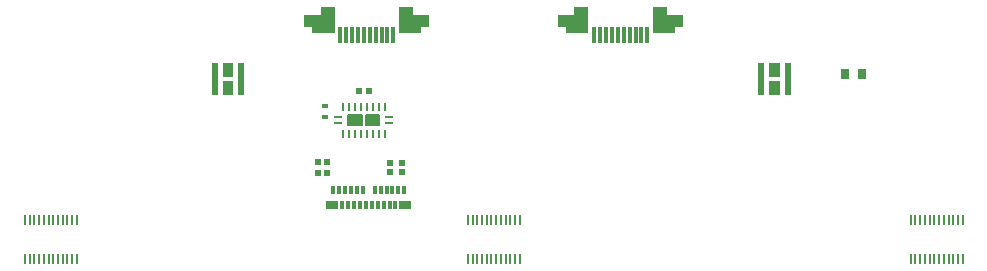
<source format=gbp>
G04*
G04 #@! TF.GenerationSoftware,Altium Limited,Altium Designer,21.7.2 (23)*
G04*
G04 Layer_Color=128*
%FSLAX44Y44*%
%MOMM*%
G71*
G04*
G04 #@! TF.SameCoordinates,7C38C3A3-C4E6-443E-8540-10D383AE158C*
G04*
G04*
G04 #@! TF.FilePolarity,Positive*
G04*
G01*
G75*
%ADD18R,0.5500X0.4500*%
%ADD20R,0.5200X0.5200*%
%ADD29R,0.5200X0.5200*%
%ADD30R,0.7000X0.9000*%
%ADD107R,0.5500X2.8000*%
G04:AMPARAMS|DCode=109|XSize=0.25mm|YSize=0.6mm|CornerRadius=0.025mm|HoleSize=0mm|Usage=FLASHONLY|Rotation=180.000|XOffset=0mm|YOffset=0mm|HoleType=Round|Shape=RoundedRectangle|*
%AMROUNDEDRECTD109*
21,1,0.2500,0.5500,0,0,180.0*
21,1,0.2000,0.6000,0,0,180.0*
1,1,0.0500,-0.1000,0.2750*
1,1,0.0500,0.1000,0.2750*
1,1,0.0500,0.1000,-0.2750*
1,1,0.0500,-0.1000,-0.2750*
%
%ADD109ROUNDEDRECTD109*%
G04:AMPARAMS|DCode=110|XSize=0.25mm|YSize=0.6mm|CornerRadius=0.025mm|HoleSize=0mm|Usage=FLASHONLY|Rotation=270.000|XOffset=0mm|YOffset=0mm|HoleType=Round|Shape=RoundedRectangle|*
%AMROUNDEDRECTD110*
21,1,0.2500,0.5500,0,0,270.0*
21,1,0.2000,0.6000,0,0,270.0*
1,1,0.0500,-0.2750,-0.1000*
1,1,0.0500,-0.2750,0.1000*
1,1,0.0500,0.2750,0.1000*
1,1,0.0500,0.2750,-0.1000*
%
%ADD110ROUNDEDRECTD110*%
%ADD112R,0.3000X0.7000*%
%ADD113R,1.0000X0.7000*%
%ADD114R,0.3050X1.4050*%
%ADD115R,1.0000X1.0000*%
%ADD116R,0.2300X0.9200*%
%ADD117R,1.2500X2.3000*%
%ADD118R,2.6500X1.1000*%
%ADD119R,1.9500X1.6000*%
G36*
X229500Y183500D02*
X220500D01*
Y171500D01*
X229500D01*
Y183500D01*
D02*
G37*
G36*
Y156500D02*
X220500D01*
Y168500D01*
X229500D01*
Y156500D01*
D02*
G37*
G36*
X327000Y140000D02*
X326801D01*
X326434Y139848D01*
X326152Y139566D01*
X326000Y139199D01*
Y139000D01*
D01*
Y131000D01*
Y130801D01*
X326152Y130434D01*
X326434Y130152D01*
X326801Y130000D01*
X327000D01*
D01*
X338000D01*
X338199D01*
X338567Y130152D01*
X338848Y130434D01*
X339000Y130801D01*
Y131000D01*
D01*
Y139000D01*
Y139199D01*
X338848Y139566D01*
X338567Y139848D01*
X338199Y140000D01*
X338000D01*
D01*
X327000D01*
D02*
G37*
G36*
X692000Y171500D02*
X683000D01*
Y183500D01*
X692000D01*
Y171500D01*
D02*
G37*
G36*
Y156500D02*
X683000D01*
Y168500D01*
X692000D01*
Y156500D01*
D02*
G37*
G36*
X353567Y139848D02*
X353848Y139566D01*
X354000Y139199D01*
Y139000D01*
Y131000D01*
Y130801D01*
X353848Y130434D01*
X353567Y130152D01*
X353199Y130000D01*
X341801D01*
X341434Y130152D01*
X341152Y130434D01*
X341000Y130801D01*
Y131000D01*
Y139000D01*
Y139199D01*
X341152Y139566D01*
X341434Y139848D01*
X341801Y140000D01*
X353199D01*
X353567Y139848D01*
D02*
G37*
D18*
X307500Y138000D02*
D03*
Y147000D02*
D03*
D20*
X362500Y99000D02*
D03*
Y91000D02*
D03*
X372500Y99000D02*
D03*
Y91000D02*
D03*
D29*
X309000Y90000D02*
D03*
X301000D02*
D03*
X309000Y100000D02*
D03*
X301000D02*
D03*
X336000Y160000D02*
D03*
X344000D02*
D03*
D30*
X747500Y174000D02*
D03*
X761500D02*
D03*
D107*
X236250Y170000D02*
D03*
X213750D02*
D03*
X676250D02*
D03*
X698750D02*
D03*
D109*
X332500Y146500D02*
D03*
X327500D02*
D03*
X352500D02*
D03*
X347500D02*
D03*
X322500D02*
D03*
X357500D02*
D03*
X352500Y123500D02*
D03*
X357500D02*
D03*
X332500D02*
D03*
X337500D02*
D03*
X342500D02*
D03*
X347500D02*
D03*
X322500D02*
D03*
X327500D02*
D03*
X342500Y146500D02*
D03*
X337500D02*
D03*
D110*
X361500Y137500D02*
D03*
X318500D02*
D03*
X361500Y132500D02*
D03*
X318500D02*
D03*
D112*
X321750Y63250D02*
D03*
X326750D02*
D03*
X369250Y76250D02*
D03*
X364250D02*
D03*
X359250D02*
D03*
X354250D02*
D03*
X349250D02*
D03*
X339250D02*
D03*
X334250D02*
D03*
X329250D02*
D03*
X324250D02*
D03*
X319250D02*
D03*
X331750Y63250D02*
D03*
X336750D02*
D03*
X341750D02*
D03*
X346750D02*
D03*
X351750D02*
D03*
X356750D02*
D03*
X361750D02*
D03*
X366750D02*
D03*
X374250Y76250D02*
D03*
X314250D02*
D03*
D113*
X313250Y63250D02*
D03*
X375250D02*
D03*
D114*
X320000Y207500D02*
D03*
D03*
X325000D02*
D03*
X330000D02*
D03*
X335000D02*
D03*
X340000D02*
D03*
X345000D02*
D03*
X350000D02*
D03*
X355000D02*
D03*
X360000D02*
D03*
X365000D02*
D03*
X535000D02*
D03*
D03*
X540000D02*
D03*
X545000D02*
D03*
X550000D02*
D03*
X555000D02*
D03*
X560000D02*
D03*
X565000D02*
D03*
X570000D02*
D03*
X575000D02*
D03*
X580000D02*
D03*
D115*
X305510Y217310D02*
D03*
X379660Y217390D02*
D03*
X520510Y217310D02*
D03*
X594660Y217390D02*
D03*
D116*
X472000Y50250D02*
D03*
X468000D02*
D03*
X464000D02*
D03*
X460000D02*
D03*
X456000D02*
D03*
X452000D02*
D03*
X448000D02*
D03*
X444000D02*
D03*
X440000D02*
D03*
X436000D02*
D03*
X432000D02*
D03*
X428000D02*
D03*
Y17450D02*
D03*
X432000D02*
D03*
X436000D02*
D03*
X440000D02*
D03*
X444000D02*
D03*
X448000D02*
D03*
X452000D02*
D03*
X468000D02*
D03*
X472000D02*
D03*
X456000D02*
D03*
X460000D02*
D03*
X464000D02*
D03*
X85000D02*
D03*
X81000D02*
D03*
X97000D02*
D03*
X93000D02*
D03*
X77000D02*
D03*
X69000D02*
D03*
X61000D02*
D03*
X53000D02*
D03*
Y50250D02*
D03*
X65000D02*
D03*
X77000D02*
D03*
X89000D02*
D03*
X85000D02*
D03*
X81000D02*
D03*
X73000D02*
D03*
X69000D02*
D03*
X61000D02*
D03*
X57000D02*
D03*
Y17450D02*
D03*
X73000D02*
D03*
X89000D02*
D03*
X93000Y50250D02*
D03*
X97000D02*
D03*
X65000Y17450D02*
D03*
X839000Y50250D02*
D03*
X827000D02*
D03*
X815000D02*
D03*
X803000D02*
D03*
Y17450D02*
D03*
X811000D02*
D03*
X819000D02*
D03*
X827000D02*
D03*
X843000D02*
D03*
X847000D02*
D03*
X831000D02*
D03*
X835000D02*
D03*
Y50250D02*
D03*
X831000D02*
D03*
X823000D02*
D03*
X819000D02*
D03*
X811000D02*
D03*
X807000D02*
D03*
Y17450D02*
D03*
X823000D02*
D03*
X843000Y50250D02*
D03*
X847000D02*
D03*
X815000Y17450D02*
D03*
X839000D02*
D03*
D117*
X309250Y220000D02*
D03*
X375750Y220000D02*
D03*
X524252Y220000D02*
D03*
X590750Y219999D02*
D03*
D118*
X302250Y219000D02*
D03*
X382750Y219000D02*
D03*
X517250Y219000D02*
D03*
X597750Y219000D02*
D03*
D119*
X305750Y216500D02*
D03*
X379250Y216500D02*
D03*
X520750Y216500D02*
D03*
X594250Y216500D02*
D03*
M02*

</source>
